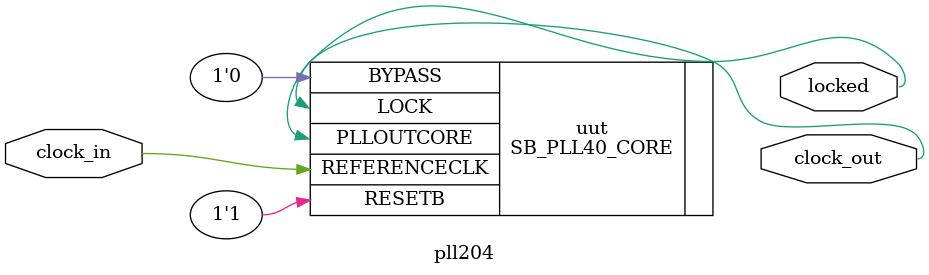
<source format=v>
/**
 * PLL configuration
 *
 * This Verilog module was generated automatically
 * using the icepll tool from the IceStorm project.
 * Use at your own risk.
 *
 * Given input frequency:        12.000 MHz
 * Requested output frequency:  204.000 MHz
 * Achieved output frequency:   204.000 MHz
 */

module pll204(
	input  clock_in,
	output clock_out,
	output locked
	);

SB_PLL40_CORE #(
		.FEEDBACK_PATH("SIMPLE"),
		.DIVR(4'b0000),		// DIVR =  0
		.DIVF(7'b1000011),	// DIVF = 67
		.DIVQ(3'b010),		// DIVQ =  2
		.FILTER_RANGE(3'b001)	// FILTER_RANGE = 1
	) uut (
		.LOCK(locked),
		.RESETB(1'b1),
		.BYPASS(1'b0),
		.REFERENCECLK(clock_in),
		.PLLOUTCORE(clock_out)
		);

endmodule

</source>
